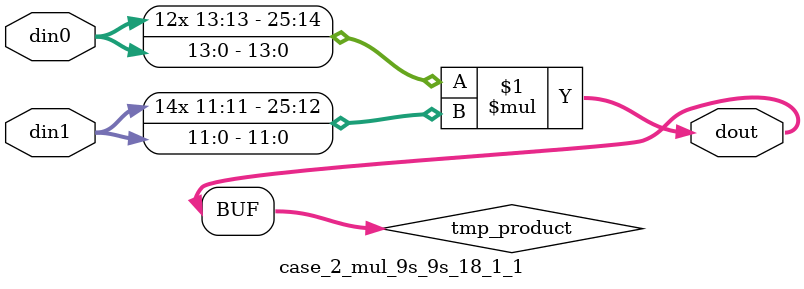
<source format=v>

`timescale 1 ns / 1 ps

 (* use_dsp = "no" *)  module case_2_mul_9s_9s_18_1_1(din0, din1, dout);
parameter ID = 1;
parameter NUM_STAGE = 0;
parameter din0_WIDTH = 14;
parameter din1_WIDTH = 12;
parameter dout_WIDTH = 26;

input [din0_WIDTH - 1 : 0] din0; 
input [din1_WIDTH - 1 : 0] din1; 
output [dout_WIDTH - 1 : 0] dout;

wire signed [dout_WIDTH - 1 : 0] tmp_product;



























assign tmp_product = $signed(din0) * $signed(din1);








assign dout = tmp_product;





















endmodule

</source>
